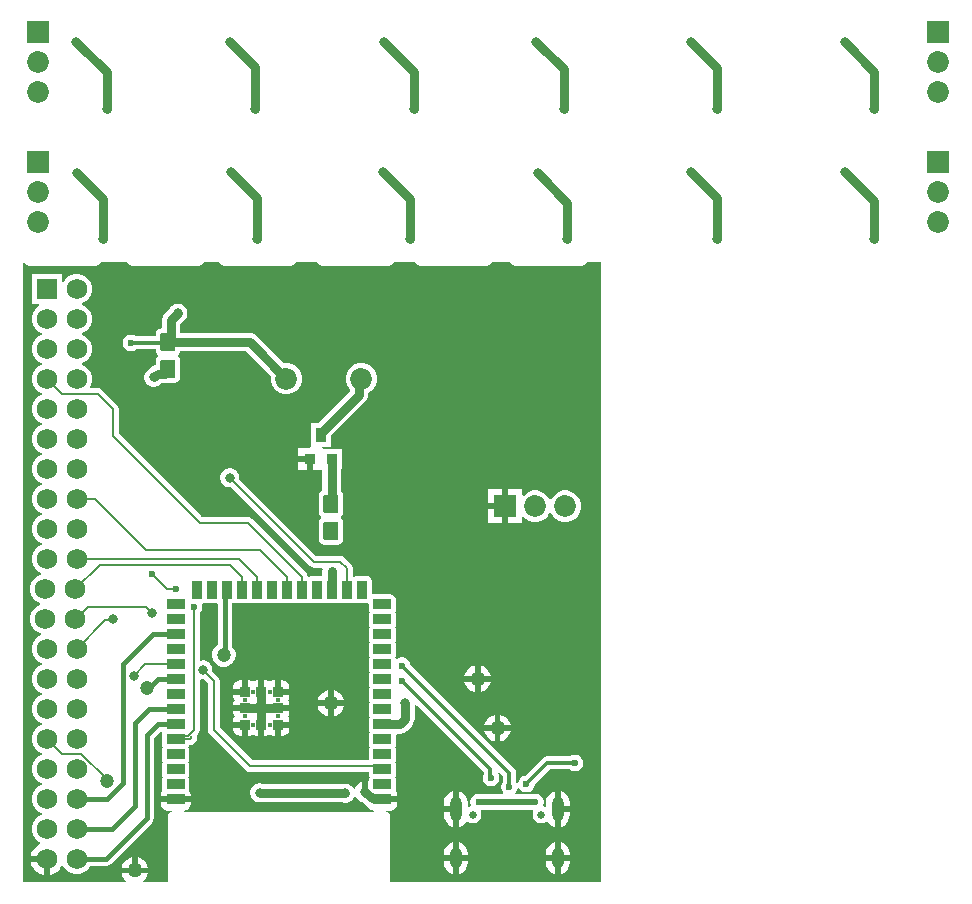
<source format=gbr>
%TF.GenerationSoftware,Altium Limited,Altium Designer,24.0.1 (36)*%
G04 Layer_Physical_Order=2*
G04 Layer_Color=16711680*
%FSLAX45Y45*%
%MOMM*%
%TF.SameCoordinates,4F873DDA-DFB5-4AF5-B95A-0F2F78DC07CA*%
%TF.FilePolarity,Positive*%
%TF.FileFunction,Copper,L2,Bot,Signal*%
%TF.Part,Single*%
G01*
G75*
%TA.AperFunction,SMDPad,CuDef*%
G04:AMPARAMS|DCode=12|XSize=1.524mm|YSize=1.27mm|CornerRadius=0.09525mm|HoleSize=0mm|Usage=FLASHONLY|Rotation=270.000|XOffset=0mm|YOffset=0mm|HoleType=Round|Shape=RoundedRectangle|*
%AMROUNDEDRECTD12*
21,1,1.52400,1.07950,0,0,270.0*
21,1,1.33350,1.27000,0,0,270.0*
1,1,0.19050,-0.53975,-0.66675*
1,1,0.19050,-0.53975,0.66675*
1,1,0.19050,0.53975,0.66675*
1,1,0.19050,0.53975,-0.66675*
%
%ADD12ROUNDEDRECTD12*%
%TA.AperFunction,Conductor*%
%ADD24C,0.40000*%
%ADD25C,0.50000*%
%ADD26C,0.75000*%
%ADD27C,0.30000*%
%ADD28C,0.20000*%
%TA.AperFunction,ComponentPad*%
%ADD29R,1.85000X1.85000*%
%ADD30C,1.85000*%
%ADD31R,1.85000X1.85000*%
%ADD32C,0.40000*%
%ADD33C,1.75001*%
%ADD34R,1.75001X1.75001*%
%ADD35C,0.65000*%
%ADD36O,1.00000X2.10000*%
%ADD37O,1.00000X1.80000*%
%TA.AperFunction,ViaPad*%
%ADD38C,0.80000*%
%ADD39C,1.27000*%
%ADD40C,0.60000*%
%ADD41C,1.20000*%
%ADD42C,0.85000*%
%TA.AperFunction,SMDPad,CuDef*%
%ADD43R,0.91440X0.91440*%
%ADD44R,0.91440X1.27000*%
G04:AMPARAMS|DCode=45|XSize=0.9mm|YSize=0.9mm|CornerRadius=0.0675mm|HoleSize=0mm|Usage=FLASHONLY|Rotation=0.000|XOffset=0mm|YOffset=0mm|HoleType=Round|Shape=RoundedRectangle|*
%AMROUNDEDRECTD45*
21,1,0.90000,0.76500,0,0,0.0*
21,1,0.76500,0.90000,0,0,0.0*
1,1,0.13500,0.38250,-0.38250*
1,1,0.13500,-0.38250,-0.38250*
1,1,0.13500,-0.38250,0.38250*
1,1,0.13500,0.38250,0.38250*
%
%ADD45ROUNDEDRECTD45*%
G04:AMPARAMS|DCode=46|XSize=1.5mm|YSize=0.9mm|CornerRadius=0.0675mm|HoleSize=0mm|Usage=FLASHONLY|Rotation=0.000|XOffset=0mm|YOffset=0mm|HoleType=Round|Shape=RoundedRectangle|*
%AMROUNDEDRECTD46*
21,1,1.50000,0.76500,0,0,0.0*
21,1,1.36500,0.90000,0,0,0.0*
1,1,0.13500,0.68250,-0.38250*
1,1,0.13500,-0.68250,-0.38250*
1,1,0.13500,-0.68250,0.38250*
1,1,0.13500,0.68250,0.38250*
%
%ADD46ROUNDEDRECTD46*%
G04:AMPARAMS|DCode=47|XSize=0.9mm|YSize=1.5mm|CornerRadius=0.0675mm|HoleSize=0mm|Usage=FLASHONLY|Rotation=0.000|XOffset=0mm|YOffset=0mm|HoleType=Round|Shape=RoundedRectangle|*
%AMROUNDEDRECTD47*
21,1,0.90000,1.36500,0,0,0.0*
21,1,0.76500,1.50000,0,0,0.0*
1,1,0.13500,0.38250,-0.68250*
1,1,0.13500,-0.38250,-0.68250*
1,1,0.13500,-0.38250,0.68250*
1,1,0.13500,0.38250,0.68250*
%
%ADD47ROUNDEDRECTD47*%
G36*
X4946267Y53732D02*
X3160783D01*
Y609000D01*
X3157679Y624607D01*
X3148838Y637838D01*
X3135607Y646679D01*
X3122992Y649188D01*
X3124243Y661888D01*
X3163250D01*
X3185392Y666293D01*
X3204164Y678836D01*
X3216707Y697607D01*
X3221111Y719750D01*
Y733000D01*
X3095000D01*
Y783000D01*
X3221111D01*
Y796250D01*
X3216707Y818393D01*
X3207897Y831577D01*
X3210916Y846750D01*
Y923250D01*
X3207287Y941491D01*
X3202604Y948500D01*
X3207287Y955509D01*
X3210916Y973750D01*
Y1050250D01*
X3207287Y1068491D01*
X3202604Y1075500D01*
X3207287Y1082509D01*
X3210916Y1100750D01*
Y1177250D01*
X3207287Y1195491D01*
X3202604Y1202500D01*
X3207287Y1209509D01*
X3210916Y1227750D01*
Y1304250D01*
X3210764Y1305014D01*
X3218821Y1314831D01*
X3246066D01*
X3266298Y1317495D01*
X3274106Y1320729D01*
X3285150Y1325304D01*
X3301340Y1337726D01*
X3345274Y1381660D01*
X3357696Y1397850D01*
X3365505Y1416703D01*
X3368169Y1436934D01*
Y1552634D01*
X3368577Y1554157D01*
X3381927Y1558768D01*
X3951382Y989312D01*
Y972729D01*
X3947971Y966819D01*
X3943200Y949016D01*
Y930584D01*
X3947971Y912781D01*
X3957186Y896819D01*
X3970219Y883786D01*
X3986181Y874571D01*
X4003984Y869800D01*
X4022416D01*
X4040219Y874571D01*
X4056181Y883786D01*
X4069214Y896819D01*
X4078429Y912781D01*
X4083200Y930584D01*
Y949016D01*
X4078429Y966819D01*
X4070897Y979866D01*
X4071159Y981575D01*
X4084690Y986005D01*
X4114623Y956072D01*
Y906471D01*
X4105471Y890619D01*
X4100700Y872816D01*
Y854384D01*
X4105471Y836581D01*
X4114686Y820619D01*
X4120445Y814861D01*
X4115184Y802161D01*
X3935783D01*
X3919216Y806600D01*
X3900785D01*
X3882981Y801829D01*
X3867019Y792614D01*
X3853986Y779581D01*
X3844771Y763619D01*
X3840000Y745816D01*
Y727384D01*
X3844771Y709581D01*
X3839657Y698503D01*
X3829432Y694943D01*
X3818863Y701803D01*
Y733000D01*
X3815426Y759105D01*
X3805350Y783431D01*
X3789321Y804321D01*
X3768432Y820350D01*
X3744105Y830426D01*
X3743000Y830571D01*
Y678000D01*
Y525428D01*
X3744105Y525574D01*
X3768432Y535650D01*
X3789321Y551679D01*
X3801264Y567244D01*
X3815619Y569830D01*
X3817729Y569267D01*
X3833016Y560441D01*
X3851455Y555500D01*
X3870545D01*
X3888984Y560441D01*
X3905516Y569986D01*
X3919015Y583484D01*
X3928559Y600016D01*
X3933500Y618455D01*
Y637545D01*
X3928566Y655958D01*
X3927664Y659396D01*
X3932075Y670046D01*
X3935783Y671039D01*
X4361649D01*
X4362981Y670270D01*
X4367375Y669093D01*
X4371413Y659345D01*
X4371159Y654931D01*
X4366500Y637545D01*
Y618455D01*
X4371441Y600016D01*
X4380986Y583484D01*
X4394484Y569986D01*
X4411016Y560441D01*
X4429455Y555500D01*
X4448545D01*
X4466984Y560441D01*
X4482271Y569267D01*
X4484381Y569830D01*
X4498736Y567244D01*
X4510679Y551679D01*
X4531569Y535650D01*
X4555895Y525574D01*
X4557000Y525428D01*
Y678000D01*
Y830571D01*
X4555895Y830426D01*
X4531569Y820350D01*
X4510679Y804321D01*
X4494650Y783431D01*
X4484574Y759105D01*
X4481137Y733000D01*
Y701677D01*
X4470607Y694850D01*
X4459237Y698805D01*
X4455230Y708481D01*
X4460000Y726284D01*
Y744716D01*
X4455230Y762519D01*
X4446014Y778481D01*
X4432981Y791514D01*
X4417019Y800729D01*
X4399216Y805500D01*
X4380784D01*
X4368323Y802161D01*
X4226216D01*
X4220955Y814861D01*
X4226714Y820619D01*
X4235930Y836581D01*
X4240317Y852955D01*
X4244545Y854781D01*
X4253400Y855695D01*
X4258986Y846019D01*
X4272019Y832986D01*
X4287981Y823771D01*
X4305785Y819000D01*
X4324216D01*
X4342019Y823771D01*
X4357981Y832986D01*
X4371014Y846019D01*
X4380230Y861981D01*
X4384967Y879661D01*
X4516028Y1010723D01*
X4681529D01*
X4697381Y1001571D01*
X4715184Y996800D01*
X4733616D01*
X4751419Y1001571D01*
X4767381Y1010786D01*
X4780414Y1023819D01*
X4789629Y1039781D01*
X4794400Y1057584D01*
Y1076016D01*
X4789629Y1093819D01*
X4780414Y1109781D01*
X4767381Y1122814D01*
X4751419Y1132029D01*
X4733616Y1136800D01*
X4715184D01*
X4697381Y1132029D01*
X4681529Y1122877D01*
X4492800D01*
X4471340Y1118609D01*
X4453148Y1106453D01*
X4305662Y958967D01*
X4287981Y954229D01*
X4272019Y945014D01*
X4258986Y931981D01*
X4249771Y916019D01*
X4245925Y901668D01*
X4233652Y898860D01*
X4226777Y907258D01*
Y979300D01*
X4222509Y1000760D01*
X4210353Y1018953D01*
X3329967Y1899339D01*
X3325230Y1917019D01*
X3316014Y1932981D01*
X3302981Y1946014D01*
X3287019Y1955230D01*
X3269216Y1960000D01*
X3250784D01*
X3232981Y1955230D01*
X3221952Y1948862D01*
X3208059Y1953611D01*
X3207287Y1957491D01*
X3202604Y1964500D01*
X3207287Y1971509D01*
X3210916Y1989750D01*
Y2066250D01*
X3207287Y2084491D01*
X3202604Y2091500D01*
X3207287Y2098509D01*
X3210916Y2116750D01*
Y2193250D01*
X3207287Y2211491D01*
X3202604Y2218500D01*
X3207287Y2225509D01*
X3210916Y2243750D01*
Y2320250D01*
X3207287Y2338491D01*
X3202604Y2345500D01*
X3207287Y2352509D01*
X3210916Y2370750D01*
Y2447250D01*
X3207287Y2465491D01*
X3196954Y2480955D01*
X3181491Y2491287D01*
X3163250Y2494916D01*
X3026750D01*
X3017116Y2492999D01*
X3004416Y2502664D01*
Y2602250D01*
X3000787Y2620491D01*
X2990455Y2635955D01*
X2974991Y2646287D01*
X2956750Y2649916D01*
X2880250D01*
X2862009Y2646287D01*
X2855000Y2641604D01*
X2847991Y2646287D01*
X2842479Y2647384D01*
Y2715300D01*
X2838599Y2734809D01*
X2827548Y2751348D01*
X2774248Y2804648D01*
X2757709Y2815699D01*
X2738200Y2819580D01*
X2535716D01*
X1883400Y3471896D01*
Y3490332D01*
X1877948Y3510679D01*
X1867416Y3528921D01*
X1852521Y3543816D01*
X1834279Y3554348D01*
X1813932Y3559800D01*
X1792868D01*
X1772521Y3554348D01*
X1754279Y3543816D01*
X1739384Y3528921D01*
X1728852Y3510679D01*
X1723400Y3490332D01*
Y3469268D01*
X1728852Y3448921D01*
X1739384Y3430679D01*
X1754279Y3415784D01*
X1772521Y3405252D01*
X1792868Y3399800D01*
X1811304D01*
X2478552Y2732552D01*
X2495091Y2721501D01*
X2514600Y2717620D01*
X2579770D01*
X2588309Y2704920D01*
X2586331Y2689900D01*
Y2657821D01*
X2576514Y2649764D01*
X2575750Y2649916D01*
X2499250D01*
X2481009Y2646287D01*
X2474000Y2641604D01*
X2466991Y2646287D01*
X2460799Y2647519D01*
X2457599Y2663609D01*
X2446548Y2680148D01*
X1991848Y3134848D01*
X1975309Y3145899D01*
X1955800Y3149780D01*
X1570517D01*
X863780Y3856516D01*
Y4064000D01*
X859899Y4083509D01*
X848848Y4100048D01*
X721848Y4227048D01*
X705309Y4238099D01*
X685800Y4241980D01*
X622035D01*
X615684Y4252978D01*
X624811Y4268787D01*
X633500Y4301214D01*
Y4334786D01*
X624811Y4367213D01*
X608026Y4396287D01*
X584287Y4420026D01*
X555213Y4436811D01*
X548351Y4438650D01*
Y4451350D01*
X555213Y4453189D01*
X584287Y4469974D01*
X608026Y4493713D01*
X624811Y4522787D01*
X633500Y4555214D01*
Y4588786D01*
X624811Y4621213D01*
X608026Y4650287D01*
X584287Y4674026D01*
X555213Y4690811D01*
X548351Y4692650D01*
Y4705350D01*
X555213Y4707189D01*
X584287Y4723974D01*
X608026Y4747713D01*
X624811Y4776787D01*
X633500Y4809214D01*
Y4842786D01*
X624811Y4875213D01*
X608026Y4904287D01*
X584287Y4928026D01*
X555213Y4944811D01*
X548351Y4946650D01*
Y4959350D01*
X555213Y4961189D01*
X584287Y4977974D01*
X608026Y5001713D01*
X624811Y5030787D01*
X633500Y5063214D01*
Y5096786D01*
X624811Y5129213D01*
X608026Y5158287D01*
X584287Y5182026D01*
X555213Y5198811D01*
X522786Y5207500D01*
X489214D01*
X456787Y5198811D01*
X427713Y5182026D01*
X403974Y5158287D01*
X392200Y5137894D01*
X379500Y5141297D01*
Y5207500D01*
X124500D01*
Y4952500D01*
X190703D01*
X194106Y4939800D01*
X173713Y4928026D01*
X149974Y4904287D01*
X133189Y4875213D01*
X124500Y4842786D01*
Y4809214D01*
X133189Y4776787D01*
X149974Y4747713D01*
X173713Y4723974D01*
X202787Y4707189D01*
X209649Y4705350D01*
Y4692650D01*
X202787Y4690811D01*
X173713Y4674026D01*
X149974Y4650287D01*
X133189Y4621213D01*
X124500Y4588786D01*
Y4555214D01*
X133189Y4522787D01*
X149974Y4493713D01*
X173713Y4469974D01*
X202787Y4453189D01*
X209649Y4451350D01*
Y4438650D01*
X202787Y4436811D01*
X173713Y4420026D01*
X149974Y4396287D01*
X133189Y4367213D01*
X124500Y4334786D01*
Y4301214D01*
X133189Y4268787D01*
X149974Y4239713D01*
X173713Y4215974D01*
X202787Y4199189D01*
X209649Y4197350D01*
Y4184650D01*
X202787Y4182811D01*
X173713Y4166026D01*
X149974Y4142287D01*
X133189Y4113213D01*
X124500Y4080786D01*
Y4047214D01*
X133189Y4014787D01*
X149974Y3985713D01*
X173713Y3961974D01*
X202787Y3945189D01*
X209649Y3943350D01*
Y3930650D01*
X202787Y3928811D01*
X173713Y3912026D01*
X149974Y3888287D01*
X133189Y3859213D01*
X124500Y3826786D01*
Y3793214D01*
X133189Y3760787D01*
X149974Y3731713D01*
X173713Y3707974D01*
X202787Y3691189D01*
X209649Y3689350D01*
Y3676650D01*
X202787Y3674811D01*
X173713Y3658026D01*
X149974Y3634287D01*
X133189Y3605213D01*
X124500Y3572786D01*
Y3539214D01*
X133189Y3506787D01*
X149974Y3477713D01*
X173713Y3453974D01*
X202787Y3437189D01*
X209649Y3435350D01*
Y3422650D01*
X202787Y3420811D01*
X173713Y3404026D01*
X149974Y3380287D01*
X133189Y3351213D01*
X124500Y3318786D01*
Y3285214D01*
X133189Y3252787D01*
X149974Y3223713D01*
X173713Y3199974D01*
X202787Y3183189D01*
X209649Y3181350D01*
Y3168650D01*
X202787Y3166811D01*
X173713Y3150026D01*
X149974Y3126287D01*
X133189Y3097213D01*
X124500Y3064786D01*
Y3031214D01*
X133189Y2998787D01*
X149974Y2969713D01*
X173713Y2945974D01*
X202787Y2929189D01*
X209649Y2927350D01*
Y2914650D01*
X202787Y2912811D01*
X173713Y2896026D01*
X149974Y2872287D01*
X133189Y2843213D01*
X124500Y2810786D01*
Y2777214D01*
X133189Y2744787D01*
X149974Y2715713D01*
X173713Y2691974D01*
X202787Y2675189D01*
X209055Y2673509D01*
Y2660361D01*
X193626Y2656227D01*
X164553Y2639441D01*
X140814Y2615702D01*
X124028Y2586629D01*
X115339Y2554201D01*
Y2520629D01*
X124028Y2488202D01*
X140814Y2459128D01*
X164553Y2435390D01*
X193626Y2418604D01*
X200488Y2416765D01*
Y2404065D01*
X193626Y2402227D01*
X164553Y2385441D01*
X140814Y2361702D01*
X124028Y2332629D01*
X115339Y2300201D01*
Y2266629D01*
X124028Y2234202D01*
X140814Y2205128D01*
X164553Y2181390D01*
X193626Y2164604D01*
X201544Y2162482D01*
X200646Y2149575D01*
X173713Y2134026D01*
X149974Y2110287D01*
X133189Y2081213D01*
X124500Y2048786D01*
Y2015214D01*
X133189Y1982787D01*
X149974Y1953713D01*
X173713Y1929974D01*
X202787Y1913189D01*
X209649Y1911350D01*
Y1898650D01*
X202787Y1896811D01*
X173713Y1880026D01*
X149974Y1856287D01*
X133189Y1827213D01*
X124500Y1794786D01*
Y1761214D01*
X133189Y1728787D01*
X149974Y1699713D01*
X173713Y1675974D01*
X202787Y1659189D01*
X209649Y1657350D01*
Y1644650D01*
X202787Y1642811D01*
X173713Y1626026D01*
X149974Y1602287D01*
X133189Y1573213D01*
X124500Y1540786D01*
Y1507214D01*
X133189Y1474787D01*
X149974Y1445713D01*
X173713Y1421974D01*
X202787Y1405189D01*
X209649Y1403350D01*
Y1390650D01*
X202787Y1388811D01*
X173713Y1372026D01*
X149974Y1348287D01*
X133189Y1319213D01*
X124500Y1286786D01*
Y1253214D01*
X133189Y1220787D01*
X149974Y1191713D01*
X173713Y1167974D01*
X202787Y1151189D01*
X209649Y1149350D01*
Y1136650D01*
X202787Y1134811D01*
X173713Y1118026D01*
X149974Y1094287D01*
X133189Y1065213D01*
X124500Y1032786D01*
Y999214D01*
X133189Y966787D01*
X149974Y937713D01*
X173713Y913974D01*
X202787Y897189D01*
X209649Y895350D01*
Y882650D01*
X202787Y880811D01*
X173713Y864026D01*
X149974Y840287D01*
X133189Y811213D01*
X124500Y778786D01*
Y745214D01*
X133189Y712787D01*
X149974Y683713D01*
X173713Y659974D01*
X202787Y643189D01*
X209649Y641350D01*
Y628650D01*
X202787Y626811D01*
X173713Y610026D01*
X149974Y586287D01*
X133189Y557213D01*
X124500Y524786D01*
Y491214D01*
X133189Y458787D01*
X149974Y429713D01*
X173713Y405974D01*
X194835Y393780D01*
X195264Y392560D01*
X194270Y379441D01*
X167573Y364028D01*
X141972Y338427D01*
X123870Y307073D01*
X116348Y279000D01*
X252000D01*
Y254000D01*
X277000D01*
Y118348D01*
X305073Y125870D01*
X336427Y143972D01*
X362028Y169573D01*
X377441Y196270D01*
X390560Y197264D01*
X391780Y196835D01*
X403974Y175713D01*
X427713Y151974D01*
X456787Y135189D01*
X489214Y126500D01*
X522786D01*
X555213Y135189D01*
X584287Y151974D01*
X608026Y175713D01*
X617905Y192825D01*
X754000D01*
X777411Y197481D01*
X797257Y210743D01*
X1143258Y556743D01*
X1156519Y576589D01*
X1161175Y600000D01*
Y1274660D01*
X1213121Y1326606D01*
X1218348Y1327513D01*
X1228422Y1325506D01*
X1232043Y1319124D01*
X1229084Y1304250D01*
Y1227750D01*
X1232713Y1209509D01*
X1237396Y1202500D01*
X1232713Y1195491D01*
X1229084Y1177250D01*
Y1100750D01*
X1232713Y1082509D01*
X1237396Y1075500D01*
X1232713Y1068491D01*
X1229084Y1050250D01*
Y973750D01*
X1232713Y955509D01*
X1237396Y948500D01*
X1232713Y941491D01*
X1229084Y923250D01*
Y846750D01*
X1232102Y831577D01*
X1223293Y818393D01*
X1218888Y796250D01*
Y783000D01*
X1471111D01*
Y796250D01*
X1466707Y818393D01*
X1457897Y831577D01*
X1460916Y846750D01*
Y923250D01*
X1457287Y941491D01*
X1452604Y948500D01*
X1457287Y955509D01*
X1460916Y973750D01*
Y1050250D01*
X1457287Y1068491D01*
X1452604Y1075500D01*
X1457287Y1082509D01*
X1460916Y1100750D01*
Y1177250D01*
X1457287Y1195491D01*
X1452604Y1202500D01*
X1457287Y1209509D01*
X1458383Y1215020D01*
X1462600D01*
X1482109Y1218901D01*
X1498648Y1229952D01*
X1510364Y1241668D01*
X1521415Y1258207D01*
X1525295Y1277716D01*
Y1294284D01*
X1524214Y1299719D01*
X1534648Y1310152D01*
X1545699Y1326691D01*
X1549580Y1346200D01*
Y1767705D01*
X1559655Y1775436D01*
X1564268Y1774200D01*
X1582704D01*
X1616562Y1740342D01*
Y1348510D01*
X1620443Y1329001D01*
X1631494Y1312462D01*
X1940005Y1003952D01*
X1956543Y992901D01*
X1976052Y989020D01*
X2979084D01*
Y973750D01*
X2982713Y955509D01*
X2987396Y948500D01*
X2982713Y941491D01*
X2979084Y923250D01*
Y915812D01*
X2975000Y912679D01*
Y820000D01*
X2925000D01*
Y906476D01*
X2915261Y903866D01*
X2894739Y892018D01*
X2877982Y875261D01*
X2866133Y854738D01*
X2864573Y848915D01*
X2850944Y847121D01*
X2844016Y859121D01*
X2829121Y874016D01*
X2810879Y884548D01*
X2790532Y890000D01*
X2783208D01*
X2775847Y890969D01*
X2074766D01*
X2067932Y892800D01*
X2046868D01*
X2026521Y887348D01*
X2008279Y876816D01*
X1993384Y861921D01*
X1982852Y843679D01*
X1977400Y823332D01*
Y802268D01*
X1982852Y781921D01*
X1993384Y763679D01*
X2008279Y748784D01*
X2026521Y738252D01*
X2046868Y732800D01*
X2067932D01*
X2074766Y734631D01*
X2752184D01*
X2769468Y730000D01*
X2790532D01*
X2810879Y735452D01*
X2829121Y745984D01*
X2844016Y760879D01*
X2854548Y779121D01*
X2854923Y780521D01*
X2868324Y781466D01*
X2877982Y764739D01*
X2894739Y747982D01*
X2915261Y736133D01*
X2928117Y732689D01*
X2950579Y710226D01*
X2966768Y697804D01*
X2975608Y694142D01*
X2985836Y678836D01*
X3004607Y666293D01*
X3023758Y662484D01*
X3022507Y649784D01*
X1417492D01*
X1416242Y662484D01*
X1435392Y666293D01*
X1454164Y678836D01*
X1466707Y697607D01*
X1471111Y719750D01*
Y733000D01*
X1218888D01*
Y719750D01*
X1223293Y697607D01*
X1235836Y678836D01*
X1254607Y666293D01*
X1276750Y661888D01*
X1315757D01*
X1317008Y649188D01*
X1304393Y646679D01*
X1291162Y637838D01*
X1282321Y624607D01*
X1279216Y609000D01*
Y53732D01*
X1075134D01*
X1071945Y66432D01*
X1090823Y85310D01*
X1105765Y111191D01*
X1110805Y130000D01*
X889195D01*
X894235Y111191D01*
X909178Y85310D01*
X928055Y66432D01*
X924866Y53732D01*
X53732D01*
Y5299265D01*
X66432Y5302277D01*
X72226Y5294726D01*
X88416Y5282304D01*
X107269Y5274495D01*
X127500Y5271831D01*
X652500D01*
X672731Y5274495D01*
X691584Y5282304D01*
X707774Y5294726D01*
X715657Y5305000D01*
X934343D01*
X942226Y5294726D01*
X958416Y5282304D01*
X977269Y5274495D01*
X997500Y5271831D01*
X1522500D01*
X1542731Y5274495D01*
X1561584Y5282304D01*
X1577774Y5294726D01*
X1585657Y5305000D01*
X1714343D01*
X1722226Y5294726D01*
X1738416Y5282304D01*
X1757269Y5274495D01*
X1777500Y5271831D01*
X2302500D01*
X2322731Y5274495D01*
X2341584Y5282304D01*
X2357774Y5294726D01*
X2365657Y5305000D01*
X2544343D01*
X2552227Y5294726D01*
X2568416Y5282304D01*
X2587269Y5274495D01*
X2607500Y5271831D01*
X3132500D01*
X3152732Y5274495D01*
X3171584Y5282304D01*
X3187774Y5294726D01*
X3195657Y5305000D01*
X3374343D01*
X3382226Y5294726D01*
X3398416Y5282304D01*
X3417269Y5274495D01*
X3437500Y5271831D01*
X3962500D01*
X3982731Y5274495D01*
X4001584Y5282304D01*
X4017774Y5294726D01*
X4025657Y5305000D01*
X4174343D01*
X4182226Y5294726D01*
X4198416Y5282304D01*
X4217268Y5274495D01*
X4237500Y5271831D01*
X4762500D01*
X4782731Y5274495D01*
X4801584Y5282304D01*
X4817773Y5294726D01*
X4825657Y5305000D01*
X4946267D01*
Y53732D01*
D02*
G37*
G36*
X2862009Y2421713D02*
X2880250Y2418084D01*
X2956750D01*
X2966384Y2420001D01*
X2979084Y2410336D01*
Y2370750D01*
X2982713Y2352509D01*
X2987396Y2345500D01*
X2982713Y2338491D01*
X2979084Y2320250D01*
Y2243750D01*
X2982713Y2225509D01*
X2987396Y2218500D01*
X2982713Y2211491D01*
X2979084Y2193250D01*
Y2116750D01*
X2982713Y2098509D01*
X2987396Y2091500D01*
X2982713Y2084491D01*
X2979084Y2066250D01*
Y1989750D01*
X2982713Y1971509D01*
X2987396Y1964500D01*
X2982713Y1957491D01*
X2979084Y1939250D01*
Y1862750D01*
X2982713Y1844509D01*
X2987396Y1837500D01*
X2982713Y1830491D01*
X2979084Y1812250D01*
Y1735750D01*
X2982713Y1717509D01*
X2987396Y1710500D01*
X2982713Y1703491D01*
X2979084Y1685250D01*
Y1608750D01*
X2982713Y1590509D01*
X2987396Y1583500D01*
X2982713Y1576491D01*
X2979084Y1558250D01*
Y1481750D01*
X2982713Y1463509D01*
X2987396Y1456500D01*
X2982713Y1449491D01*
X2979084Y1431250D01*
Y1354750D01*
X2982713Y1336509D01*
X2987396Y1329500D01*
X2982713Y1322491D01*
X2979084Y1304250D01*
Y1227750D01*
X2982713Y1209509D01*
X2987396Y1202500D01*
X2982713Y1195491D01*
X2979084Y1177250D01*
Y1100750D01*
X2971065Y1090980D01*
X1997169D01*
X1718522Y1369627D01*
Y1761458D01*
X1714641Y1780967D01*
X1703590Y1797506D01*
X1654800Y1846296D01*
Y1864732D01*
X1649348Y1885079D01*
X1638816Y1903321D01*
X1623921Y1918216D01*
X1605679Y1928748D01*
X1585332Y1934200D01*
X1564268D01*
X1559655Y1932964D01*
X1549580Y1940695D01*
Y2339585D01*
X1554614Y2344619D01*
X1563829Y2360581D01*
X1568600Y2378384D01*
Y2396816D01*
X1566035Y2406386D01*
X1573813Y2420882D01*
X1577991Y2421713D01*
X1585000Y2426396D01*
X1592009Y2421713D01*
X1610250Y2418084D01*
X1686750D01*
X1693057Y2419339D01*
X1702875Y2411282D01*
Y2067961D01*
X1691199Y2061220D01*
X1672580Y2042601D01*
X1659415Y2019798D01*
X1652600Y1994365D01*
Y1968035D01*
X1659415Y1942602D01*
X1672580Y1919799D01*
X1691199Y1901180D01*
X1714002Y1888015D01*
X1739435Y1881200D01*
X1765765D01*
X1791198Y1888015D01*
X1814001Y1901180D01*
X1832620Y1919799D01*
X1845785Y1942602D01*
X1852600Y1968035D01*
Y1994365D01*
X1845785Y2019798D01*
X1832620Y2042601D01*
X1825225Y2049995D01*
Y2420367D01*
X1831991Y2421713D01*
X1839000Y2426396D01*
X1846009Y2421713D01*
X1864250Y2418084D01*
X1940750D01*
X1958991Y2421713D01*
X1966000Y2426396D01*
X1973009Y2421713D01*
X1991250Y2418084D01*
X2067750D01*
X2085991Y2421713D01*
X2093000Y2426396D01*
X2100009Y2421713D01*
X2118250Y2418084D01*
X2194750D01*
X2212991Y2421713D01*
X2220000Y2426396D01*
X2227009Y2421713D01*
X2245250Y2418084D01*
X2321750D01*
X2339991Y2421713D01*
X2347000Y2426396D01*
X2354009Y2421713D01*
X2372250Y2418084D01*
X2448750D01*
X2466991Y2421713D01*
X2474000Y2426396D01*
X2481009Y2421713D01*
X2499250Y2418084D01*
X2575750D01*
X2593991Y2421713D01*
X2601000Y2426396D01*
X2608009Y2421713D01*
X2626250Y2418084D01*
X2702750D01*
X2720991Y2421713D01*
X2728000Y2426396D01*
X2735009Y2421713D01*
X2753250Y2418084D01*
X2829750D01*
X2847991Y2421713D01*
X2855000Y2426396D01*
X2862009Y2421713D01*
D02*
G37*
%LPC*%
G36*
X1373732Y4953980D02*
X1352668D01*
X1332321Y4948528D01*
X1314079Y4937996D01*
X1299184Y4923101D01*
X1295647Y4916974D01*
X1250726Y4872054D01*
X1238303Y4855865D01*
X1233729Y4844821D01*
X1230494Y4837012D01*
X1227831Y4816780D01*
Y4747170D01*
X1226025D01*
X1206701Y4743327D01*
X1190319Y4732381D01*
X1179373Y4715999D01*
X1175530Y4696675D01*
Y4678877D01*
X1008071D01*
X992219Y4688029D01*
X974416Y4692800D01*
X955984D01*
X938181Y4688029D01*
X922219Y4678814D01*
X909186Y4665781D01*
X899971Y4649819D01*
X895200Y4632016D01*
Y4613584D01*
X899971Y4595781D01*
X909186Y4579819D01*
X922219Y4566786D01*
X938181Y4557571D01*
X955984Y4552800D01*
X974416D01*
X992219Y4557571D01*
X1008071Y4566723D01*
X1175530D01*
Y4563325D01*
X1179373Y4544002D01*
X1190319Y4527620D01*
X1196728Y4523337D01*
Y4508063D01*
X1190319Y4503781D01*
X1179373Y4487399D01*
X1175530Y4468075D01*
Y4438609D01*
X1172468Y4438206D01*
X1153615Y4430396D01*
X1137426Y4417974D01*
X1117005Y4397553D01*
X1110879Y4394016D01*
X1095984Y4379121D01*
X1085452Y4360879D01*
X1080000Y4340532D01*
Y4319468D01*
X1085452Y4299121D01*
X1095984Y4280879D01*
X1110879Y4265984D01*
X1129121Y4255452D01*
X1149468Y4250000D01*
X1170532D01*
X1190878Y4255452D01*
X1209121Y4265984D01*
X1224016Y4280879D01*
X1225958Y4284243D01*
X1226025Y4284230D01*
X1333975D01*
X1353298Y4288074D01*
X1369680Y4299020D01*
X1380626Y4315402D01*
X1384470Y4334725D01*
Y4468075D01*
X1380626Y4487399D01*
X1369680Y4503781D01*
X1363271Y4508063D01*
Y4523337D01*
X1369680Y4527620D01*
X1380626Y4544002D01*
X1382184Y4551831D01*
X1940121D01*
X2150953Y4341000D01*
X2150000Y4337444D01*
Y4302556D01*
X2159030Y4268857D01*
X2176474Y4238643D01*
X2201143Y4213974D01*
X2231357Y4196530D01*
X2265056Y4187500D01*
X2299944D01*
X2333643Y4196530D01*
X2363857Y4213974D01*
X2388526Y4238643D01*
X2405970Y4268857D01*
X2415000Y4302556D01*
Y4337444D01*
X2405970Y4371143D01*
X2388526Y4401357D01*
X2363857Y4426026D01*
X2333643Y4443470D01*
X2299944Y4452500D01*
X2265056D01*
X2261500Y4451547D01*
X2027773Y4685274D01*
X2011584Y4697696D01*
X2000540Y4702271D01*
X1992731Y4705505D01*
X1972500Y4708169D01*
X1384168D01*
Y4784401D01*
X1406194Y4806427D01*
X1412321Y4809964D01*
X1427216Y4824859D01*
X1437748Y4843101D01*
X1443200Y4863448D01*
Y4884512D01*
X1437748Y4904859D01*
X1427216Y4923101D01*
X1412321Y4937996D01*
X1394078Y4948528D01*
X1373732Y4953980D01*
D02*
G37*
G36*
X2454500Y3615001D02*
X2383780D01*
Y3544280D01*
X2454500D01*
Y3615001D01*
D02*
G37*
G36*
X4111000Y3382500D02*
X3993500D01*
Y3265000D01*
X4111000D01*
Y3382500D01*
D02*
G37*
G36*
X4278500D02*
X4161000D01*
Y3240000D01*
Y3097500D01*
X4278500D01*
Y3146157D01*
X4291200Y3151417D01*
X4308643Y3133974D01*
X4338857Y3116530D01*
X4372556Y3107500D01*
X4407444D01*
X4441143Y3116530D01*
X4471357Y3133974D01*
X4496026Y3158643D01*
X4509668Y3182271D01*
X4524333D01*
X4537974Y3158643D01*
X4562643Y3133974D01*
X4592857Y3116530D01*
X4626556Y3107500D01*
X4661444D01*
X4695143Y3116530D01*
X4725357Y3133974D01*
X4750026Y3158643D01*
X4767470Y3188857D01*
X4776500Y3222556D01*
Y3257444D01*
X4767470Y3291143D01*
X4750026Y3321357D01*
X4725357Y3346026D01*
X4695143Y3363470D01*
X4661444Y3372500D01*
X4626556D01*
X4592857Y3363470D01*
X4562643Y3346026D01*
X4537974Y3321357D01*
X4524333Y3297729D01*
X4509668D01*
X4496026Y3321357D01*
X4471357Y3346026D01*
X4441143Y3363470D01*
X4407444Y3372500D01*
X4372556D01*
X4338857Y3363470D01*
X4308643Y3346026D01*
X4291200Y3328583D01*
X4278500Y3333843D01*
Y3382500D01*
D02*
G37*
G36*
X4111000Y3215000D02*
X3993500D01*
Y3097500D01*
X4111000D01*
Y3215000D01*
D02*
G37*
G36*
X2934944Y4452500D02*
X2900056D01*
X2866357Y4443470D01*
X2836143Y4426026D01*
X2811474Y4401357D01*
X2794030Y4371143D01*
X2785000Y4337444D01*
Y4302556D01*
X2794030Y4268857D01*
X2811474Y4238643D01*
X2818284Y4231833D01*
Y4216331D01*
X2548653Y3946700D01*
X2487760D01*
Y3748420D01*
X2487760Y3739700D01*
X2476709Y3735720D01*
X2383780D01*
Y3665001D01*
X2479499D01*
Y3640001D01*
X2504499D01*
Y3544280D01*
X2574131D01*
X2575220Y3544280D01*
X2586831Y3541652D01*
Y3373352D01*
X2586701Y3373327D01*
X2570319Y3362381D01*
X2559374Y3345999D01*
X2555530Y3326675D01*
Y3193325D01*
X2559374Y3174002D01*
X2570319Y3157620D01*
X2576729Y3153337D01*
Y3138063D01*
X2570319Y3133781D01*
X2559374Y3117399D01*
X2555530Y3098075D01*
Y2964725D01*
X2559374Y2945402D01*
X2570319Y2929020D01*
X2586701Y2918074D01*
X2606025Y2914230D01*
X2713975D01*
X2733299Y2918074D01*
X2749681Y2929020D01*
X2760626Y2945402D01*
X2764470Y2964725D01*
Y3098075D01*
X2760626Y3117399D01*
X2749681Y3133781D01*
X2743271Y3138063D01*
Y3153337D01*
X2749681Y3157620D01*
X2760626Y3174002D01*
X2764470Y3193325D01*
Y3326675D01*
X2760626Y3345999D01*
X2749681Y3362381D01*
X2743169Y3366732D01*
Y3554280D01*
X2755720D01*
Y3725720D01*
X2597109D01*
X2587792Y3734728D01*
X2587280Y3736448D01*
X2587162Y3738420D01*
X2588108Y3739700D01*
X2659200D01*
Y3836153D01*
X2951726Y4128679D01*
X2964149Y4144868D01*
X2971958Y4163721D01*
X2974621Y4183953D01*
Y4199981D01*
X2998857Y4213974D01*
X3023526Y4238643D01*
X3040970Y4268857D01*
X3050000Y4302556D01*
Y4337444D01*
X3040970Y4371143D01*
X3023526Y4401357D01*
X2998857Y4426026D01*
X2968643Y4443470D01*
X2934944Y4452500D01*
D02*
G37*
G36*
X3926000Y1888341D02*
Y1802536D01*
X4011805D01*
X4006765Y1821345D01*
X3991823Y1847226D01*
X3970691Y1868358D01*
X3944809Y1883301D01*
X3926000Y1888341D01*
D02*
G37*
G36*
X3876000D02*
X3857191Y1883301D01*
X3831310Y1868358D01*
X3810178Y1847226D01*
X3795235Y1821345D01*
X3790195Y1802536D01*
X3876000D01*
Y1888341D01*
D02*
G37*
G36*
X4011805Y1752536D02*
X3926000D01*
Y1666731D01*
X3944809Y1671771D01*
X3970691Y1686713D01*
X3991823Y1707845D01*
X4006765Y1733726D01*
X4011805Y1752536D01*
D02*
G37*
G36*
X3876000D02*
X3790195D01*
X3795235Y1733726D01*
X3810178Y1707845D01*
X3831310Y1686713D01*
X3857191Y1671771D01*
X3876000Y1666731D01*
Y1752536D01*
D02*
G37*
G36*
X4095000Y1470805D02*
Y1385000D01*
X4180805D01*
X4175765Y1403809D01*
X4160823Y1429691D01*
X4139690Y1450823D01*
X4113809Y1465765D01*
X4095000Y1470805D01*
D02*
G37*
G36*
X4045000D02*
X4026191Y1465765D01*
X4000310Y1450823D01*
X3979177Y1429691D01*
X3964235Y1403809D01*
X3959195Y1385000D01*
X4045000D01*
Y1470805D01*
D02*
G37*
G36*
X4180805Y1335000D02*
X4095000D01*
Y1249195D01*
X4113809Y1254235D01*
X4139690Y1269178D01*
X4160823Y1290310D01*
X4175765Y1316191D01*
X4180805Y1335000D01*
D02*
G37*
G36*
X4045000D02*
X3959195D01*
X3964235Y1316191D01*
X3979177Y1290310D01*
X4000310Y1269178D01*
X4026191Y1254235D01*
X4045000Y1249195D01*
Y1335000D01*
D02*
G37*
G36*
X4607000Y830571D02*
Y703000D01*
X4682863D01*
Y733000D01*
X4679426Y759105D01*
X4669350Y783431D01*
X4653321Y804321D01*
X4632431Y820350D01*
X4608105Y830426D01*
X4607000Y830571D01*
D02*
G37*
G36*
X3693000D02*
X3691895Y830426D01*
X3667569Y820350D01*
X3646680Y804321D01*
X3630651Y783431D01*
X3620574Y759105D01*
X3617138Y733000D01*
Y703000D01*
X3693000D01*
Y830571D01*
D02*
G37*
G36*
X4682863Y653000D02*
X4607000D01*
Y525428D01*
X4608105Y525574D01*
X4632431Y535650D01*
X4653321Y551679D01*
X4669350Y572569D01*
X4679426Y596895D01*
X4682863Y623000D01*
Y653000D01*
D02*
G37*
G36*
X3693000D02*
X3617138D01*
Y623000D01*
X3620574Y596895D01*
X3630651Y572569D01*
X3646680Y551679D01*
X3667569Y535650D01*
X3691895Y525574D01*
X3693000Y525428D01*
Y653000D01*
D02*
G37*
G36*
X4607000Y397571D02*
Y285000D01*
X4682863D01*
Y300000D01*
X4679426Y326105D01*
X4669350Y350431D01*
X4653321Y371321D01*
X4632431Y387349D01*
X4608105Y397426D01*
X4607000Y397571D01*
D02*
G37*
G36*
X3743000D02*
Y285000D01*
X3818863D01*
Y300000D01*
X3815426Y326105D01*
X3805350Y350431D01*
X3789321Y371321D01*
X3768431Y387349D01*
X3744105Y397426D01*
X3743000Y397571D01*
D02*
G37*
G36*
X4557000D02*
X4555895Y397426D01*
X4531569Y387349D01*
X4510679Y371321D01*
X4494650Y350431D01*
X4484574Y326105D01*
X4481137Y300000D01*
Y285000D01*
X4557000D01*
Y397571D01*
D02*
G37*
G36*
X3693000D02*
X3691895Y397426D01*
X3667569Y387349D01*
X3646680Y371321D01*
X3630651Y350431D01*
X3620574Y326105D01*
X3617138Y300000D01*
Y285000D01*
X3693000D01*
Y397571D01*
D02*
G37*
G36*
X1025000Y265805D02*
Y180000D01*
X1110805D01*
X1105765Y198810D01*
X1090823Y224691D01*
X1069691Y245823D01*
X1043809Y260765D01*
X1025000Y265805D01*
D02*
G37*
G36*
X975000D02*
X956191Y260765D01*
X930310Y245823D01*
X909178Y224691D01*
X894235Y198810D01*
X889195Y180000D01*
X975000D01*
Y265805D01*
D02*
G37*
G36*
X4682863Y235000D02*
X4607000D01*
Y122429D01*
X4608105Y122574D01*
X4632431Y132650D01*
X4653321Y148679D01*
X4669350Y169569D01*
X4679426Y193895D01*
X4682863Y220000D01*
Y235000D01*
D02*
G37*
G36*
X3818863D02*
X3743000D01*
Y122429D01*
X3744105Y122574D01*
X3768431Y132650D01*
X3789321Y148679D01*
X3805350Y169569D01*
X3815426Y193895D01*
X3818863Y220000D01*
Y235000D01*
D02*
G37*
G36*
X3693000D02*
X3617138D01*
Y220000D01*
X3620574Y193895D01*
X3630651Y169569D01*
X3646680Y148679D01*
X3667569Y132650D01*
X3691895Y122574D01*
X3693000Y122429D01*
Y235000D01*
D02*
G37*
G36*
X4557000D02*
X4481137D01*
Y220000D01*
X4484574Y193895D01*
X4494650Y169569D01*
X4510679Y148679D01*
X4531569Y132650D01*
X4555895Y122574D01*
X4557000Y122429D01*
Y235000D01*
D02*
G37*
G36*
X227000Y229000D02*
X116348D01*
X123870Y200927D01*
X141972Y169573D01*
X167573Y143972D01*
X198927Y125870D01*
X227000Y118348D01*
Y229000D01*
D02*
G37*
G36*
X2185000Y1766112D02*
X2171750D01*
X2149607Y1761707D01*
X2140000Y1755288D01*
X2130392Y1761707D01*
X2108250Y1766112D01*
X2095000D01*
Y1670000D01*
X2045000D01*
Y1766112D01*
X2031750D01*
X2009607Y1761707D01*
X2000000Y1755288D01*
X1990393Y1761707D01*
X1968250Y1766112D01*
X1955000D01*
Y1670000D01*
X1930000D01*
Y1645000D01*
X1833888D01*
Y1631750D01*
X1838293Y1609607D01*
X1844712Y1600000D01*
X1838293Y1590393D01*
X1833888Y1568250D01*
Y1555000D01*
X1930000D01*
Y1505000D01*
X1833888D01*
Y1491750D01*
X1838293Y1469607D01*
X1844712Y1460000D01*
X1838293Y1450393D01*
X1833888Y1428250D01*
Y1415000D01*
X1930000D01*
Y1390000D01*
X1955000D01*
Y1293888D01*
X1968250D01*
X1990393Y1298293D01*
X2000000Y1304712D01*
X2009607Y1298293D01*
X2031750Y1293888D01*
X2045000D01*
Y1390000D01*
X2095000D01*
Y1293888D01*
X2108250D01*
X2130392Y1298293D01*
X2140000Y1304712D01*
X2149607Y1298293D01*
X2171750Y1293888D01*
X2185000D01*
Y1390000D01*
X2210000D01*
Y1415000D01*
X2306111D01*
Y1428250D01*
X2301707Y1450393D01*
X2295288Y1460000D01*
X2301707Y1469607D01*
X2306111Y1491750D01*
Y1505000D01*
X2210000D01*
Y1555000D01*
X2306111D01*
Y1568250D01*
X2301707Y1590393D01*
X2295288Y1600000D01*
X2301707Y1609607D01*
X2306111Y1631750D01*
Y1645000D01*
X2210000D01*
Y1670000D01*
X2185000D01*
Y1766112D01*
D02*
G37*
G36*
X2248250D02*
X2235000D01*
Y1695000D01*
X2306111D01*
Y1708250D01*
X2301707Y1730393D01*
X2289164Y1749164D01*
X2270392Y1761707D01*
X2248250Y1766112D01*
D02*
G37*
G36*
X1905000D02*
X1891750D01*
X1869607Y1761707D01*
X1850836Y1749164D01*
X1838293Y1730393D01*
X1833888Y1708250D01*
Y1695000D01*
X1905000D01*
Y1766112D01*
D02*
G37*
G36*
X2685000Y1680805D02*
Y1595000D01*
X2770805D01*
X2765765Y1613809D01*
X2750823Y1639690D01*
X2729691Y1660822D01*
X2703809Y1675765D01*
X2685000Y1680805D01*
D02*
G37*
G36*
X2635000D02*
X2616191Y1675765D01*
X2590310Y1660822D01*
X2569177Y1639690D01*
X2554235Y1613809D01*
X2549195Y1595000D01*
X2635000D01*
Y1680805D01*
D02*
G37*
G36*
X2770805Y1545000D02*
X2685000D01*
Y1459195D01*
X2703809Y1464235D01*
X2729691Y1479177D01*
X2750823Y1500309D01*
X2765765Y1526190D01*
X2770805Y1545000D01*
D02*
G37*
G36*
X2635000D02*
X2549195D01*
X2554235Y1526190D01*
X2569177Y1500309D01*
X2590310Y1479177D01*
X2616191Y1464235D01*
X2635000Y1459195D01*
Y1545000D01*
D02*
G37*
G36*
X2306111Y1365000D02*
X2235000D01*
Y1293888D01*
X2248250D01*
X2270392Y1298293D01*
X2289164Y1310836D01*
X2301707Y1329607D01*
X2306111Y1351750D01*
Y1365000D01*
D02*
G37*
G36*
X1905000D02*
X1833888D01*
Y1351750D01*
X1838293Y1329607D01*
X1850836Y1310836D01*
X1869607Y1298293D01*
X1891750Y1293888D01*
X1905000D01*
Y1365000D01*
D02*
G37*
%LPD*%
D12*
X1280000Y4630000D02*
D03*
Y4401400D02*
D03*
X2660000Y3031400D02*
D03*
Y3260000D02*
D03*
D24*
X1121648Y1700000D02*
X1195648Y1774000D01*
X1100000Y1700000D02*
X1121648D01*
X1764050Y1992650D02*
Y2522550D01*
X1775500Y2534000D01*
X1752600Y1981200D02*
X1764050Y1992650D01*
X762000Y762000D02*
X900000Y900000D01*
Y1900000D02*
X1155000Y2155000D01*
X900000Y900000D02*
Y1900000D01*
X506000Y762000D02*
X762000D01*
X1155000Y2155000D02*
X1345000D01*
X1100000Y600000D02*
Y1300000D01*
X1120000Y1520000D02*
X1345000D01*
X1000000Y1400000D02*
X1120000Y1520000D01*
X1100000Y1300000D02*
X1193000Y1393000D01*
X1000000Y700000D02*
Y1400000D01*
X1193000Y1393000D02*
X1345000D01*
X754000Y254000D02*
X1100000Y600000D01*
X808000Y508000D02*
X1000000Y700000D01*
X1195648Y1774000D02*
X1345000D01*
X506000Y508000D02*
X808000D01*
X506000Y254000D02*
X754000D01*
D25*
X3910000Y736600D02*
X4388900D01*
X4390000Y735500D01*
D26*
X730150Y5500000D02*
Y5839850D01*
X510000Y6060000D02*
X730150Y5839850D01*
X1810000Y6070000D02*
X2030150Y5849850D01*
Y5500000D02*
Y5849850D01*
X3100000Y6070000D02*
X3330000Y5840000D01*
Y5500000D02*
Y5840000D01*
X4410000Y6060000D02*
X4660300Y5809700D01*
Y5500000D02*
Y5809700D01*
X5710000Y6070000D02*
X5930150Y5849850D01*
Y5500000D02*
Y5849850D01*
X7010000Y6070000D02*
X7260300Y5819700D01*
Y5500000D02*
Y5819700D01*
Y6600000D02*
Y6919700D01*
X7010000Y7170000D02*
X7260300Y6919700D01*
X5930000Y6600000D02*
Y6950000D01*
X5710000Y7170000D02*
X5930000Y6950000D01*
X4400000Y7170000D02*
X4630150Y6939850D01*
Y6600000D02*
Y6939850D01*
X3360300Y6600000D02*
Y6919700D01*
X3110000Y7170000D02*
X3360300Y6919700D01*
X2020000Y6600000D02*
Y6955000D01*
X1805000Y7170000D02*
X2020000Y6955000D01*
X760300Y6600000D02*
Y6914700D01*
X505000Y7170000D02*
X760300Y6914700D01*
X3005853Y765500D02*
X3087500D01*
X2951353Y820000D02*
X3005853Y765500D01*
X2950000Y820000D02*
X2951353D01*
X3087500Y765500D02*
X3095000Y758000D01*
X2057400Y812800D02*
X2775847D01*
X2778647Y810000D02*
X2780000D01*
X2775847Y812800D02*
X2778647Y810000D01*
X2070000Y1600000D02*
Y1670000D01*
Y1530000D02*
Y1600000D01*
Y1460000D02*
Y1530000D01*
Y1390000D02*
Y1460000D01*
X2140000Y1530000D02*
X2210000D01*
X2070000D02*
X2140000D01*
X2000000D02*
X2070000D01*
X1930000D02*
X2000000D01*
X3095000Y1393000D02*
X3246066D01*
X3290000Y1436934D01*
Y1570000D01*
X1254000Y4362700D02*
X1280000Y4388700D01*
X1192700Y4362700D02*
X1254000D01*
X1160000Y4330000D02*
X1192700Y4362700D01*
X1280000Y4388700D02*
Y4401400D01*
X1306000Y4656000D02*
Y4816780D01*
X1363200Y4873980D01*
X1280000Y4630000D02*
X1306000Y4656000D01*
X1972500Y4630000D02*
X2282500Y4320000D01*
X1280000Y4630000D02*
X1972500D01*
X2896452Y4183953D02*
Y4298953D01*
X2573480Y3843200D02*
Y3860980D01*
X2896452Y4183953D01*
Y4298953D02*
X2917500Y4320000D01*
X2664500Y2689900D02*
X2667000Y2692400D01*
X2664500Y2534000D02*
Y2689900D01*
X2665000Y3635000D02*
X2670000Y3640000D01*
X2660000Y3260000D02*
X2665000Y3265000D01*
Y3635000D01*
D27*
X4007460Y945540D02*
Y1012540D01*
X3260000Y1760000D02*
X4007460Y1012540D01*
Y945540D02*
X4013200Y939800D01*
X4170700Y863600D02*
Y979300D01*
X3260000Y1890000D02*
X4170700Y979300D01*
X1272800Y4622800D02*
X1280000Y4630000D01*
X965200Y4622800D02*
X1272800D01*
X4315000Y889000D02*
X4492800Y1066800D01*
X4724400D01*
D28*
X3067000Y1040000D02*
X3095000Y1012000D01*
X1667542Y1348510D02*
X1976052Y1040000D01*
X3067000D01*
X1270000Y2540000D02*
X1346200D01*
X1143000Y2667000D02*
X1270000Y2540000D01*
X1498600Y1346200D02*
Y2387600D01*
X1450000Y1297600D02*
X1498600Y1346200D01*
X1345000Y1266000D02*
X1376600Y1297600D01*
X1450000D01*
X496840Y2537415D02*
X702624Y2743200D01*
X1803400D02*
X1902500Y2644100D01*
X702624Y2743200D02*
X1803400D01*
X1462600Y1266000D02*
X1474316Y1277716D01*
Y1294284D01*
X1473200Y1295400D02*
X1474316Y1294284D01*
X1345000Y1266000D02*
X1462600D01*
X990600Y1803400D02*
X1088200Y1901000D01*
X1667542Y1348510D02*
Y1761458D01*
X1574800Y1854200D02*
X1667542Y1761458D01*
X601024Y2387600D02*
X1092200D01*
X1143000Y2336800D01*
X801320Y2274520D02*
X812800Y2286000D01*
X748520Y2274520D02*
X801320D01*
X506000Y2032000D02*
X748520Y2274520D01*
X496840Y2283415D02*
X601024Y2387600D01*
X2514600Y2768600D02*
X2738200D01*
X1803400Y3479800D02*
X2514600Y2768600D01*
X2738200D02*
X2791500Y2715300D01*
Y2534000D02*
Y2715300D01*
X252000Y4318000D02*
X379000Y4191000D01*
X685800D01*
X812800Y3835400D02*
Y4064000D01*
X685800Y4191000D02*
X812800Y4064000D01*
X1549400Y3098800D02*
X1955800D01*
X812800Y3835400D02*
X1549400Y3098800D01*
X1955800D02*
X2410500Y2644100D01*
Y2534000D02*
Y2644100D01*
X1092200Y2870200D02*
X2057400D01*
X2283500Y2644100D01*
Y2534000D02*
Y2644100D01*
X660400Y3302000D02*
X1092200Y2870200D01*
X506000Y3302000D02*
X660400D01*
X506000Y2794000D02*
X1879600D01*
X2029500Y2534000D02*
Y2644100D01*
X1879600Y2794000D02*
X2029500Y2644100D01*
X1902500Y2534000D02*
Y2644100D01*
X1088200Y1901000D02*
X1345000D01*
X381000Y1143000D02*
X545171D01*
X254000Y1270000D02*
X381000Y1143000D01*
X762000Y914400D02*
Y926171D01*
X545171Y1143000D02*
X762000Y926171D01*
X252000Y1270000D02*
X254000D01*
D29*
X4136000Y3240000D02*
D03*
D30*
X4390000D02*
D03*
X4644000D02*
D03*
X2282500Y4320000D02*
D03*
X2917500D02*
D03*
X180000Y6746000D02*
D03*
Y7000000D02*
D03*
X7800000Y6746000D02*
D03*
Y7000000D02*
D03*
X180000Y5646000D02*
D03*
Y5900000D02*
D03*
X7800000Y5646000D02*
D03*
Y5900000D02*
D03*
D31*
Y6154000D02*
D03*
X180000D02*
D03*
Y7254000D02*
D03*
X7800000D02*
D03*
D32*
X2070000Y1460000D02*
D03*
X1930000D02*
D03*
X2210000D02*
D03*
X1930000Y1600000D02*
D03*
X2070000D02*
D03*
X2210000D02*
D03*
X2000000Y1390000D02*
D03*
X2140000D02*
D03*
X2000000Y1530000D02*
D03*
X2140000D02*
D03*
X2000000Y1670000D02*
D03*
X2140000D02*
D03*
D33*
X506000Y2794000D02*
D03*
X252000D02*
D03*
X506000Y3048000D02*
D03*
X252000D02*
D03*
X506000Y3302000D02*
D03*
X252000D02*
D03*
X506000Y3556000D02*
D03*
X252000D02*
D03*
X506000Y3810000D02*
D03*
X252000D02*
D03*
X506000Y4064000D02*
D03*
X252000D02*
D03*
X506000Y4318000D02*
D03*
X252000D02*
D03*
X506000Y4572000D02*
D03*
X252000D02*
D03*
X506000Y4826000D02*
D03*
X252000D02*
D03*
X506000Y5080000D02*
D03*
X242840Y2537415D02*
D03*
X496840D02*
D03*
X242840Y2283415D02*
D03*
X496840D02*
D03*
X252000Y2032000D02*
D03*
X506000D02*
D03*
X252000Y1778000D02*
D03*
X506000D02*
D03*
X252000Y1524000D02*
D03*
X506000D02*
D03*
X252000Y1270000D02*
D03*
X506000D02*
D03*
X252000Y1016000D02*
D03*
X506000D02*
D03*
X252000Y762000D02*
D03*
X506000D02*
D03*
X252000Y508000D02*
D03*
X506000D02*
D03*
X252000Y254000D02*
D03*
X506000D02*
D03*
D34*
X252000Y5080000D02*
D03*
D35*
X3861000Y628000D02*
D03*
X4439000D02*
D03*
D36*
X4582000Y678000D02*
D03*
X3718000D02*
D03*
D37*
X4582000Y260000D02*
D03*
X3718000D02*
D03*
D38*
X730150Y5500000D02*
D03*
X510000Y6060000D02*
D03*
X2030150Y5500000D02*
D03*
X1810000Y6070000D02*
D03*
X3330000Y5500000D02*
D03*
X3100000Y6070000D02*
D03*
X4660300Y5500000D02*
D03*
X4410000Y6060000D02*
D03*
X5930150Y5500000D02*
D03*
X5710000Y6070000D02*
D03*
X7260300Y5500000D02*
D03*
X7010000Y6070000D02*
D03*
X7260300Y6600000D02*
D03*
X7010000Y7170000D02*
D03*
X5930000Y6600000D02*
D03*
X5710000Y7170000D02*
D03*
X4630150Y6600000D02*
D03*
X4400000Y7170000D02*
D03*
X3360300Y6600000D02*
D03*
X3110000Y7170000D02*
D03*
X1805000Y7170000D02*
D03*
X2020000Y6600000D02*
D03*
X505000Y7170000D02*
D03*
X760300Y6600000D02*
D03*
X2950000Y820000D02*
D03*
X2780000Y810000D02*
D03*
X3290000Y1570000D02*
D03*
X2057400Y812800D02*
D03*
X990600Y1803400D02*
D03*
X1574800Y1854200D02*
D03*
X1160000Y4330000D02*
D03*
X1363200Y4873980D02*
D03*
X1345000Y885000D02*
D03*
Y2409000D02*
D03*
Y2282000D02*
D03*
X1143000Y2336800D02*
D03*
X812800Y2286000D02*
D03*
X1803400Y3479800D02*
D03*
X2156500Y2534000D02*
D03*
X2537500D02*
D03*
X1345000Y2028000D02*
D03*
Y1647000D02*
D03*
D39*
X1000000Y155000D02*
D03*
X3901000Y1777536D02*
D03*
X4070000Y1360000D02*
D03*
X2660000Y1570000D02*
D03*
D40*
X3260000Y1760000D02*
D03*
Y1890000D02*
D03*
X1143000Y2667000D02*
D03*
X1346200Y2540000D02*
D03*
X1498600Y2387600D02*
D03*
X965200Y4622800D02*
D03*
X2660000Y3031400D02*
D03*
X2667000Y2692400D02*
D03*
X1345000Y1012000D02*
D03*
X4013200Y939800D02*
D03*
X4724400Y1066800D02*
D03*
X4315000Y889000D02*
D03*
X4390000Y735500D02*
D03*
X3910000Y736600D02*
D03*
X4170700Y863600D02*
D03*
D41*
X1100000Y1700000D02*
D03*
X1752600Y1981200D02*
D03*
X762000Y914400D02*
D03*
D42*
X1345000Y1139000D02*
D03*
D43*
X2670000Y3640000D02*
D03*
X2479500D02*
D03*
D44*
X2573480Y3843200D02*
D03*
D45*
X2070000Y1530000D02*
D03*
X1930000D02*
D03*
X2210000D02*
D03*
X1930000Y1670000D02*
D03*
X2070000D02*
D03*
X2210000D02*
D03*
X1930000Y1390000D02*
D03*
X2070000D02*
D03*
X2210000D02*
D03*
D46*
X1345000Y758000D02*
D03*
Y885000D02*
D03*
Y1012000D02*
D03*
Y1139000D02*
D03*
Y1266000D02*
D03*
Y1393000D02*
D03*
Y1520000D02*
D03*
Y1647000D02*
D03*
Y1774000D02*
D03*
Y1901000D02*
D03*
Y2028000D02*
D03*
Y2155000D02*
D03*
Y2282000D02*
D03*
Y2409000D02*
D03*
X3095000D02*
D03*
Y2282000D02*
D03*
Y2155000D02*
D03*
Y2028000D02*
D03*
Y1901000D02*
D03*
Y1774000D02*
D03*
Y1647000D02*
D03*
Y1520000D02*
D03*
Y1393000D02*
D03*
Y1266000D02*
D03*
Y1139000D02*
D03*
Y1012000D02*
D03*
Y885000D02*
D03*
Y758000D02*
D03*
D47*
X1521500Y2534000D02*
D03*
X1648500D02*
D03*
X1775500D02*
D03*
X1902500D02*
D03*
X2029500D02*
D03*
X2156500D02*
D03*
X2283500D02*
D03*
X2410500D02*
D03*
X2537500D02*
D03*
X2664500D02*
D03*
X2791500D02*
D03*
X2918500D02*
D03*
%TF.MD5,1bf45bf2416c1a620c0a9c33b1af57b2*%
M02*

</source>
